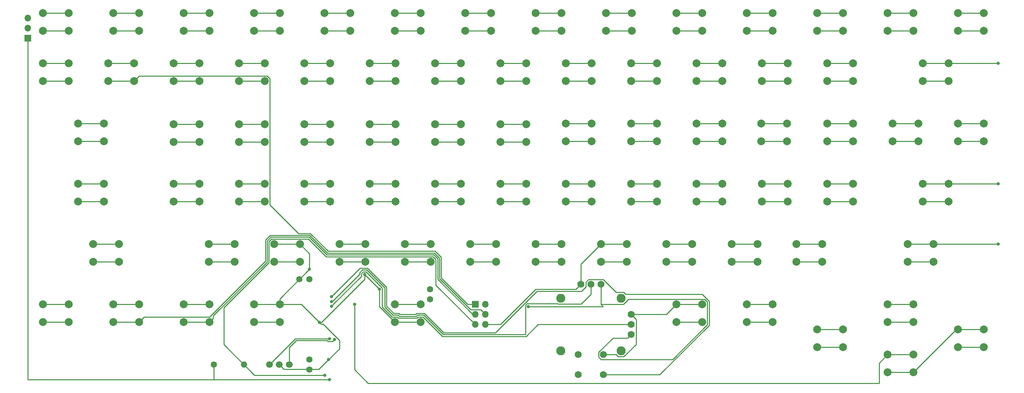
<source format=gbr>
G04 #@! TF.GenerationSoftware,KiCad,Pcbnew,(5.0.2)-1*
G04 #@! TF.CreationDate,2019-01-21T23:15:36+01:00*
G04 #@! TF.ProjectId,schematic,73636865-6d61-4746-9963-2e6b69636164,rev?*
G04 #@! TF.SameCoordinates,Original*
G04 #@! TF.FileFunction,Copper,L2,Bot*
G04 #@! TF.FilePolarity,Positive*
%FSLAX46Y46*%
G04 Gerber Fmt 4.6, Leading zero omitted, Abs format (unit mm)*
G04 Created by KiCad (PCBNEW (5.0.2)-1) date 21.01.2019 23:15:36*
%MOMM*%
%LPD*%
G01*
G04 APERTURE LIST*
G04 #@! TA.AperFunction,ComponentPad*
%ADD10O,1.600000X1.600000*%
G04 #@! TD*
G04 #@! TA.AperFunction,ComponentPad*
%ADD11C,1.600000*%
G04 #@! TD*
G04 #@! TA.AperFunction,ComponentPad*
%ADD12C,2.286000*%
G04 #@! TD*
G04 #@! TA.AperFunction,ComponentPad*
%ADD13C,1.778000*%
G04 #@! TD*
G04 #@! TA.AperFunction,ComponentPad*
%ADD14C,2.000000*%
G04 #@! TD*
G04 #@! TA.AperFunction,ComponentPad*
%ADD15R,1.700000X1.700000*%
G04 #@! TD*
G04 #@! TA.AperFunction,ComponentPad*
%ADD16O,1.700000X1.700000*%
G04 #@! TD*
G04 #@! TA.AperFunction,ComponentPad*
%ADD17C,1.700000*%
G04 #@! TD*
G04 #@! TA.AperFunction,ViaPad*
%ADD18C,0.800000*%
G04 #@! TD*
G04 #@! TA.AperFunction,Conductor*
%ADD19C,0.250000*%
G04 #@! TD*
G04 APERTURE END LIST*
D10*
G04 #@! TO.P,R1,2*
G04 #@! TO.N,/RESET*
X82550000Y-128270000D03*
D11*
G04 #@! TO.P,R1,1*
G04 #@! TO.N,/+3.3V*
X74930000Y-128270000D03*
G04 #@! TD*
G04 #@! TO.P,C1,2*
G04 #@! TO.N,/GND*
X99060000Y-129500000D03*
G04 #@! TO.P,C1,1*
G04 #@! TO.N,/+3.3V*
X99060000Y-127000000D03*
G04 #@! TD*
G04 #@! TO.P,C3,2*
G04 #@! TO.N,/GND*
X96560000Y-106680000D03*
G04 #@! TO.P,C3,1*
G04 #@! TO.N,/+3.3V*
X99060000Y-106680000D03*
G04 #@! TD*
G04 #@! TO.P,C2,2*
G04 #@! TO.N,/GND*
X129540000Y-111720000D03*
G04 #@! TO.P,C2,1*
G04 #@! TO.N,/+3.3V*
X129540000Y-109220000D03*
G04 #@! TD*
D12*
G04 #@! TO.P,S1,MOUNT1*
G04 #@! TO.N,N/C*
X177800000Y-124777500D03*
G04 #@! TO.P,S1,MOUNT4*
X162560000Y-124777500D03*
G04 #@! TO.P,S1,MOUNT3*
X162560000Y-111442500D03*
G04 #@! TO.P,S1,MOUNT2*
X177800000Y-111442500D03*
D13*
G04 #@! TO.P,S1,H3*
G04 #@! TO.N,/GND*
X167640000Y-107950000D03*
G04 #@! TO.P,S1,H2*
G04 #@! TO.N,Net-(S1-PadH2)*
X170180000Y-107950000D03*
G04 #@! TO.P,S1,H1*
G04 #@! TO.N,/+3.3V*
X172720000Y-107950000D03*
G04 #@! TO.P,S1,V2*
G04 #@! TO.N,Net-(S1-PadV2)*
X180340000Y-118110000D03*
G04 #@! TO.P,S1,V3*
G04 #@! TO.N,/GND*
X180340000Y-115570000D03*
G04 #@! TO.P,S1,V1*
G04 #@! TO.N,/+3.3V*
X180340000Y-120650000D03*
G04 #@! TO.P,S1,B2B*
G04 #@! TO.N,N/C*
X167005000Y-125730000D03*
G04 #@! TO.P,S1,B2A*
G04 #@! TO.N,/GND*
X173355000Y-125730000D03*
G04 #@! TO.P,S1,B1A*
G04 #@! TO.N,Net-(S1-PadB1A)*
X173355000Y-130810000D03*
G04 #@! TO.P,S1,B1B*
G04 #@! TO.N,N/C*
X167005000Y-130810000D03*
G04 #@! TD*
D14*
G04 #@! TO.P,SW31,1*
G04 #@! TO.N,/GND*
X104290000Y-67463076D03*
G04 #@! TO.P,SW31,2*
G04 #@! TO.N,Net-(SW31-Pad2)*
X104290000Y-71963076D03*
G04 #@! TO.P,SW31,1*
G04 #@! TO.N,/GND*
X97790000Y-67463076D03*
G04 #@! TO.P,SW31,2*
G04 #@! TO.N,Net-(SW31-Pad2)*
X97790000Y-71963076D03*
G04 #@! TD*
G04 #@! TO.P,SW22,2*
G04 #@! TO.N,Net-(SW22-Pad2)*
X163830000Y-56570000D03*
G04 #@! TO.P,SW22,1*
G04 #@! TO.N,/GND*
X163830000Y-52070000D03*
G04 #@! TO.P,SW22,2*
G04 #@! TO.N,Net-(SW22-Pad2)*
X170330000Y-56570000D03*
G04 #@! TO.P,SW22,1*
G04 #@! TO.N,/GND*
X170330000Y-52070000D03*
G04 #@! TD*
G04 #@! TO.P,SW23,1*
G04 #@! TO.N,/GND*
X186840000Y-52070000D03*
G04 #@! TO.P,SW23,2*
G04 #@! TO.N,Net-(SW23-Pad2)*
X186840000Y-56570000D03*
G04 #@! TO.P,SW23,1*
G04 #@! TO.N,/GND*
X180340000Y-52070000D03*
G04 #@! TO.P,SW23,2*
G04 #@! TO.N,Net-(SW23-Pad2)*
X180340000Y-56570000D03*
G04 #@! TD*
G04 #@! TO.P,SW24,2*
G04 #@! TO.N,Net-(SW24-Pad2)*
X196850000Y-56570000D03*
G04 #@! TO.P,SW24,1*
G04 #@! TO.N,/GND*
X196850000Y-52070000D03*
G04 #@! TO.P,SW24,2*
G04 #@! TO.N,Net-(SW24-Pad2)*
X203350000Y-56570000D03*
G04 #@! TO.P,SW24,1*
G04 #@! TO.N,/GND*
X203350000Y-52070000D03*
G04 #@! TD*
G04 #@! TO.P,SW25,1*
G04 #@! TO.N,/GND*
X219860000Y-52070000D03*
G04 #@! TO.P,SW25,2*
G04 #@! TO.N,Net-(SW25-Pad2)*
X219860000Y-56570000D03*
G04 #@! TO.P,SW25,1*
G04 #@! TO.N,/GND*
X213360000Y-52070000D03*
G04 #@! TO.P,SW25,2*
G04 #@! TO.N,Net-(SW25-Pad2)*
X213360000Y-56570000D03*
G04 #@! TD*
G04 #@! TO.P,SW26,2*
G04 #@! TO.N,Net-(SW26-Pad2)*
X229870000Y-56570000D03*
G04 #@! TO.P,SW26,1*
G04 #@! TO.N,/GND*
X229870000Y-52070000D03*
G04 #@! TO.P,SW26,2*
G04 #@! TO.N,Net-(SW26-Pad2)*
X236370000Y-56570000D03*
G04 #@! TO.P,SW26,1*
G04 #@! TO.N,/GND*
X236370000Y-52070000D03*
G04 #@! TD*
G04 #@! TO.P,SW27,1*
G04 #@! TO.N,/GND*
X260500000Y-52070000D03*
G04 #@! TO.P,SW27,2*
G04 #@! TO.N,Net-(SW27-Pad2)*
X260500000Y-56570000D03*
G04 #@! TO.P,SW27,1*
G04 #@! TO.N,/GND*
X254000000Y-52070000D03*
G04 #@! TO.P,SW27,2*
G04 #@! TO.N,Net-(SW27-Pad2)*
X254000000Y-56570000D03*
G04 #@! TD*
G04 #@! TO.P,SW28,2*
G04 #@! TO.N,Net-(SW28-Pad2)*
X40640000Y-71810000D03*
G04 #@! TO.P,SW28,1*
G04 #@! TO.N,/GND*
X40640000Y-67310000D03*
G04 #@! TO.P,SW28,2*
G04 #@! TO.N,Net-(SW28-Pad2)*
X47140000Y-71810000D03*
G04 #@! TO.P,SW28,1*
G04 #@! TO.N,/GND*
X47140000Y-67310000D03*
G04 #@! TD*
G04 #@! TO.P,SW39,1*
G04 #@! TO.N,/GND*
X236370000Y-67310000D03*
G04 #@! TO.P,SW39,2*
G04 #@! TO.N,Net-(SW39-Pad2)*
X236370000Y-71810000D03*
G04 #@! TO.P,SW39,1*
G04 #@! TO.N,/GND*
X229870000Y-67310000D03*
G04 #@! TO.P,SW39,2*
G04 #@! TO.N,Net-(SW39-Pad2)*
X229870000Y-71810000D03*
G04 #@! TD*
G04 #@! TO.P,SW0,2*
G04 #@! TO.N,Net-(SW0-Pad2)*
X31750000Y-43870000D03*
G04 #@! TO.P,SW0,1*
G04 #@! TO.N,/GND*
X31750000Y-39370000D03*
G04 #@! TO.P,SW0,2*
G04 #@! TO.N,Net-(SW0-Pad2)*
X38250000Y-43870000D03*
G04 #@! TO.P,SW0,1*
G04 #@! TO.N,/GND*
X38250000Y-39370000D03*
G04 #@! TD*
G04 #@! TO.P,SW30,1*
G04 #@! TO.N,/GND*
X87780000Y-67463076D03*
G04 #@! TO.P,SW30,2*
G04 #@! TO.N,Net-(SW30-Pad2)*
X87780000Y-71963076D03*
G04 #@! TO.P,SW30,1*
G04 #@! TO.N,/GND*
X81280000Y-67463076D03*
G04 #@! TO.P,SW30,2*
G04 #@! TO.N,Net-(SW30-Pad2)*
X81280000Y-71963076D03*
G04 #@! TD*
G04 #@! TO.P,SW32,2*
G04 #@! TO.N,Net-(SW32-Pad2)*
X114300000Y-71963076D03*
G04 #@! TO.P,SW32,1*
G04 #@! TO.N,/GND*
X114300000Y-67463076D03*
G04 #@! TO.P,SW32,2*
G04 #@! TO.N,Net-(SW32-Pad2)*
X120800000Y-71963076D03*
G04 #@! TO.P,SW32,1*
G04 #@! TO.N,/GND*
X120800000Y-67463076D03*
G04 #@! TD*
G04 #@! TO.P,SW33,1*
G04 #@! TO.N,/GND*
X137310000Y-67463076D03*
G04 #@! TO.P,SW33,2*
G04 #@! TO.N,Net-(SW33-Pad2)*
X137310000Y-71963076D03*
G04 #@! TO.P,SW33,1*
G04 #@! TO.N,/GND*
X130810000Y-67463076D03*
G04 #@! TO.P,SW33,2*
G04 #@! TO.N,Net-(SW33-Pad2)*
X130810000Y-71963076D03*
G04 #@! TD*
G04 #@! TO.P,SW34,2*
G04 #@! TO.N,Net-(SW34-Pad2)*
X147320000Y-71963076D03*
G04 #@! TO.P,SW34,1*
G04 #@! TO.N,/GND*
X147320000Y-67463076D03*
G04 #@! TO.P,SW34,2*
G04 #@! TO.N,Net-(SW34-Pad2)*
X153820000Y-71963076D03*
G04 #@! TO.P,SW34,1*
G04 #@! TO.N,/GND*
X153820000Y-67463076D03*
G04 #@! TD*
G04 #@! TO.P,SW35,1*
G04 #@! TO.N,/GND*
X170330000Y-67310000D03*
G04 #@! TO.P,SW35,2*
G04 #@! TO.N,Net-(SW35-Pad2)*
X170330000Y-71810000D03*
G04 #@! TO.P,SW35,1*
G04 #@! TO.N,/GND*
X163830000Y-67310000D03*
G04 #@! TO.P,SW35,2*
G04 #@! TO.N,Net-(SW35-Pad2)*
X163830000Y-71810000D03*
G04 #@! TD*
G04 #@! TO.P,SW36,2*
G04 #@! TO.N,Net-(SW36-Pad2)*
X180340000Y-71810000D03*
G04 #@! TO.P,SW36,1*
G04 #@! TO.N,/GND*
X180340000Y-67310000D03*
G04 #@! TO.P,SW36,2*
G04 #@! TO.N,Net-(SW36-Pad2)*
X186840000Y-71810000D03*
G04 #@! TO.P,SW36,1*
G04 #@! TO.N,/GND*
X186840000Y-67310000D03*
G04 #@! TD*
G04 #@! TO.P,SW37,1*
G04 #@! TO.N,/GND*
X203350000Y-67310000D03*
G04 #@! TO.P,SW37,2*
G04 #@! TO.N,Net-(SW37-Pad2)*
X203350000Y-71810000D03*
G04 #@! TO.P,SW37,1*
G04 #@! TO.N,/GND*
X196850000Y-67310000D03*
G04 #@! TO.P,SW37,2*
G04 #@! TO.N,Net-(SW37-Pad2)*
X196850000Y-71810000D03*
G04 #@! TD*
G04 #@! TO.P,SW38,2*
G04 #@! TO.N,Net-(SW38-Pad2)*
X213210000Y-71810000D03*
G04 #@! TO.P,SW38,1*
G04 #@! TO.N,/GND*
X213210000Y-67310000D03*
G04 #@! TO.P,SW38,2*
G04 #@! TO.N,Net-(SW38-Pad2)*
X219710000Y-71810000D03*
G04 #@! TO.P,SW38,1*
G04 #@! TO.N,/GND*
X219710000Y-67310000D03*
G04 #@! TD*
G04 #@! TO.P,SW29,1*
G04 #@! TO.N,/GND*
X71270000Y-67463076D03*
G04 #@! TO.P,SW29,2*
G04 #@! TO.N,Net-(SW29-Pad2)*
X71270000Y-71963076D03*
G04 #@! TO.P,SW29,1*
G04 #@! TO.N,/GND*
X64770000Y-67463076D03*
G04 #@! TO.P,SW29,2*
G04 #@! TO.N,Net-(SW29-Pad2)*
X64770000Y-71963076D03*
G04 #@! TD*
G04 #@! TO.P,SW9,2*
G04 #@! TO.N,Net-(SW9-Pad2)*
X191770000Y-43870000D03*
G04 #@! TO.P,SW9,1*
G04 #@! TO.N,/GND*
X191770000Y-39370000D03*
G04 #@! TO.P,SW9,2*
G04 #@! TO.N,Net-(SW9-Pad2)*
X198270000Y-43870000D03*
G04 #@! TO.P,SW9,1*
G04 #@! TO.N,/GND*
X198270000Y-39370000D03*
G04 #@! TD*
G04 #@! TO.P,SW8,1*
G04 #@! TO.N,/GND*
X180490000Y-39370000D03*
G04 #@! TO.P,SW8,2*
G04 #@! TO.N,Net-(SW8-Pad2)*
X180490000Y-43870000D03*
G04 #@! TO.P,SW8,1*
G04 #@! TO.N,/GND*
X173990000Y-39370000D03*
G04 #@! TO.P,SW8,2*
G04 #@! TO.N,Net-(SW8-Pad2)*
X173990000Y-43870000D03*
G04 #@! TD*
G04 #@! TO.P,SW7,2*
G04 #@! TO.N,Net-(SW7-Pad2)*
X156210000Y-43870000D03*
G04 #@! TO.P,SW7,1*
G04 #@! TO.N,/GND*
X156210000Y-39370000D03*
G04 #@! TO.P,SW7,2*
G04 #@! TO.N,Net-(SW7-Pad2)*
X162710000Y-43870000D03*
G04 #@! TO.P,SW7,1*
G04 #@! TO.N,/GND*
X162710000Y-39370000D03*
G04 #@! TD*
G04 #@! TO.P,SW6,1*
G04 #@! TO.N,/GND*
X144930000Y-39370000D03*
G04 #@! TO.P,SW6,2*
G04 #@! TO.N,Net-(SW6-Pad2)*
X144930000Y-43870000D03*
G04 #@! TO.P,SW6,1*
G04 #@! TO.N,/GND*
X138430000Y-39370000D03*
G04 #@! TO.P,SW6,2*
G04 #@! TO.N,Net-(SW6-Pad2)*
X138430000Y-43870000D03*
G04 #@! TD*
G04 #@! TO.P,SW5,2*
G04 #@! TO.N,Net-(SW5-Pad2)*
X120650000Y-43870000D03*
G04 #@! TO.P,SW5,1*
G04 #@! TO.N,/GND*
X120650000Y-39370000D03*
G04 #@! TO.P,SW5,2*
G04 #@! TO.N,Net-(SW5-Pad2)*
X127150000Y-43870000D03*
G04 #@! TO.P,SW5,1*
G04 #@! TO.N,/GND*
X127150000Y-39370000D03*
G04 #@! TD*
G04 #@! TO.P,SW4,1*
G04 #@! TO.N,/GND*
X109370000Y-39370000D03*
G04 #@! TO.P,SW4,2*
G04 #@! TO.N,Net-(SW4-Pad2)*
X109370000Y-43870000D03*
G04 #@! TO.P,SW4,1*
G04 #@! TO.N,/GND*
X102870000Y-39370000D03*
G04 #@! TO.P,SW4,2*
G04 #@! TO.N,Net-(SW4-Pad2)*
X102870000Y-43870000D03*
G04 #@! TD*
G04 #@! TO.P,SW3,2*
G04 #@! TO.N,Net-(SW3-Pad2)*
X85090000Y-43870000D03*
G04 #@! TO.P,SW3,1*
G04 #@! TO.N,/GND*
X85090000Y-39370000D03*
G04 #@! TO.P,SW3,2*
G04 #@! TO.N,Net-(SW3-Pad2)*
X91590000Y-43870000D03*
G04 #@! TO.P,SW3,1*
G04 #@! TO.N,/GND*
X91590000Y-39370000D03*
G04 #@! TD*
G04 #@! TO.P,SW2,1*
G04 #@! TO.N,/GND*
X73810000Y-39370000D03*
G04 #@! TO.P,SW2,2*
G04 #@! TO.N,Net-(SW2-Pad2)*
X73810000Y-43870000D03*
G04 #@! TO.P,SW2,1*
G04 #@! TO.N,/GND*
X67310000Y-39370000D03*
G04 #@! TO.P,SW2,2*
G04 #@! TO.N,Net-(SW2-Pad2)*
X67310000Y-43870000D03*
G04 #@! TD*
G04 #@! TO.P,SW19,2*
G04 #@! TO.N,Net-(SW19-Pad2)*
X114300000Y-56570000D03*
G04 #@! TO.P,SW19,1*
G04 #@! TO.N,/GND*
X114300000Y-52070000D03*
G04 #@! TO.P,SW19,2*
G04 #@! TO.N,Net-(SW19-Pad2)*
X120800000Y-56570000D03*
G04 #@! TO.P,SW19,1*
G04 #@! TO.N,/GND*
X120800000Y-52070000D03*
G04 #@! TD*
G04 #@! TO.P,SW21,1*
G04 #@! TO.N,/GND*
X153820000Y-52070000D03*
G04 #@! TO.P,SW21,2*
G04 #@! TO.N,Net-(SW21-Pad2)*
X153820000Y-56570000D03*
G04 #@! TO.P,SW21,1*
G04 #@! TO.N,/GND*
X147320000Y-52070000D03*
G04 #@! TO.P,SW21,2*
G04 #@! TO.N,Net-(SW21-Pad2)*
X147320000Y-56570000D03*
G04 #@! TD*
G04 #@! TO.P,SW20,2*
G04 #@! TO.N,Net-(SW20-Pad2)*
X130810000Y-56570000D03*
G04 #@! TO.P,SW20,1*
G04 #@! TO.N,/GND*
X130810000Y-52070000D03*
G04 #@! TO.P,SW20,2*
G04 #@! TO.N,Net-(SW20-Pad2)*
X137310000Y-56570000D03*
G04 #@! TO.P,SW20,1*
G04 #@! TO.N,/GND*
X137310000Y-52070000D03*
G04 #@! TD*
G04 #@! TO.P,SW11,1*
G04 #@! TO.N,/GND*
X233830000Y-39370000D03*
G04 #@! TO.P,SW11,2*
G04 #@! TO.N,Net-(SW11-Pad2)*
X233830000Y-43870000D03*
G04 #@! TO.P,SW11,1*
G04 #@! TO.N,/GND*
X227330000Y-39370000D03*
G04 #@! TO.P,SW11,2*
G04 #@! TO.N,Net-(SW11-Pad2)*
X227330000Y-43870000D03*
G04 #@! TD*
G04 #@! TO.P,SW12,2*
G04 #@! TO.N,Net-(SW12-Pad2)*
X245110000Y-43870000D03*
G04 #@! TO.P,SW12,1*
G04 #@! TO.N,/GND*
X245110000Y-39370000D03*
G04 #@! TO.P,SW12,2*
G04 #@! TO.N,Net-(SW12-Pad2)*
X251610000Y-43870000D03*
G04 #@! TO.P,SW12,1*
G04 #@! TO.N,/GND*
X251610000Y-39370000D03*
G04 #@! TD*
G04 #@! TO.P,SW13,1*
G04 #@! TO.N,/GND*
X269390000Y-39370000D03*
G04 #@! TO.P,SW13,2*
G04 #@! TO.N,Net-(SW13-Pad2)*
X269390000Y-43870000D03*
G04 #@! TO.P,SW13,1*
G04 #@! TO.N,/GND*
X262890000Y-39370000D03*
G04 #@! TO.P,SW13,2*
G04 #@! TO.N,Net-(SW13-Pad2)*
X262890000Y-43870000D03*
G04 #@! TD*
G04 #@! TO.P,SW14,2*
G04 #@! TO.N,Net-(SW14-Pad2)*
X31750000Y-56570000D03*
G04 #@! TO.P,SW14,1*
G04 #@! TO.N,/GND*
X31750000Y-52070000D03*
G04 #@! TO.P,SW14,2*
G04 #@! TO.N,Net-(SW14-Pad2)*
X38250000Y-56570000D03*
G04 #@! TO.P,SW14,1*
G04 #@! TO.N,/GND*
X38250000Y-52070000D03*
G04 #@! TD*
G04 #@! TO.P,SW15,1*
G04 #@! TO.N,/GND*
X54760000Y-52070000D03*
G04 #@! TO.P,SW15,2*
G04 #@! TO.N,/PB3*
X54760000Y-56570000D03*
G04 #@! TO.P,SW15,1*
G04 #@! TO.N,/GND*
X48260000Y-52070000D03*
G04 #@! TO.P,SW15,2*
G04 #@! TO.N,/PB3*
X48260000Y-56570000D03*
G04 #@! TD*
G04 #@! TO.P,SW16,2*
G04 #@! TO.N,Net-(SW16-Pad2)*
X64770000Y-56570000D03*
G04 #@! TO.P,SW16,1*
G04 #@! TO.N,/GND*
X64770000Y-52070000D03*
G04 #@! TO.P,SW16,2*
G04 #@! TO.N,Net-(SW16-Pad2)*
X71270000Y-56570000D03*
G04 #@! TO.P,SW16,1*
G04 #@! TO.N,/GND*
X71270000Y-52070000D03*
G04 #@! TD*
G04 #@! TO.P,SW17,1*
G04 #@! TO.N,/GND*
X87780000Y-52070000D03*
G04 #@! TO.P,SW17,2*
G04 #@! TO.N,Net-(SW17-Pad2)*
X87780000Y-56570000D03*
G04 #@! TO.P,SW17,1*
G04 #@! TO.N,/GND*
X81280000Y-52070000D03*
G04 #@! TO.P,SW17,2*
G04 #@! TO.N,Net-(SW17-Pad2)*
X81280000Y-56570000D03*
G04 #@! TD*
G04 #@! TO.P,SW18,2*
G04 #@! TO.N,Net-(SW18-Pad2)*
X97790000Y-56570000D03*
G04 #@! TO.P,SW18,1*
G04 #@! TO.N,/GND*
X97790000Y-52070000D03*
G04 #@! TO.P,SW18,2*
G04 #@! TO.N,Net-(SW18-Pad2)*
X104290000Y-56570000D03*
G04 #@! TO.P,SW18,1*
G04 #@! TO.N,/GND*
X104290000Y-52070000D03*
G04 #@! TD*
G04 #@! TO.P,SW1,1*
G04 #@! TO.N,/GND*
X56030000Y-39370000D03*
G04 #@! TO.P,SW1,2*
G04 #@! TO.N,Net-(SW1-Pad2)*
X56030000Y-43870000D03*
G04 #@! TO.P,SW1,1*
G04 #@! TO.N,/GND*
X49530000Y-39370000D03*
G04 #@! TO.P,SW1,2*
G04 #@! TO.N,Net-(SW1-Pad2)*
X49530000Y-43870000D03*
G04 #@! TD*
G04 #@! TO.P,SW69,2*
G04 #@! TO.N,/PB1*
X67310000Y-117530000D03*
G04 #@! TO.P,SW69,1*
G04 #@! TO.N,/GND*
X67310000Y-113030000D03*
G04 #@! TO.P,SW69,2*
G04 #@! TO.N,/PB1*
X73810000Y-117530000D03*
G04 #@! TO.P,SW69,1*
G04 #@! TO.N,/GND*
X73810000Y-113030000D03*
G04 #@! TD*
G04 #@! TO.P,SW60,1*
G04 #@! TO.N,/GND*
X146200000Y-97790000D03*
G04 #@! TO.P,SW60,2*
G04 #@! TO.N,Net-(SW60-Pad2)*
X146200000Y-102290000D03*
G04 #@! TO.P,SW60,1*
G04 #@! TO.N,/GND*
X139700000Y-97790000D03*
G04 #@! TO.P,SW60,2*
G04 #@! TO.N,Net-(SW60-Pad2)*
X139700000Y-102290000D03*
G04 #@! TD*
G04 #@! TO.P,SW61,2*
G04 #@! TO.N,Net-(SW61-Pad2)*
X156210000Y-102290000D03*
G04 #@! TO.P,SW61,1*
G04 #@! TO.N,/GND*
X156210000Y-97790000D03*
G04 #@! TO.P,SW61,2*
G04 #@! TO.N,Net-(SW61-Pad2)*
X162710000Y-102290000D03*
G04 #@! TO.P,SW61,1*
G04 #@! TO.N,/GND*
X162710000Y-97790000D03*
G04 #@! TD*
G04 #@! TO.P,SW62,1*
G04 #@! TO.N,/GND*
X179220000Y-97790000D03*
G04 #@! TO.P,SW62,2*
G04 #@! TO.N,Net-(SW62-Pad2)*
X179220000Y-102290000D03*
G04 #@! TO.P,SW62,1*
G04 #@! TO.N,/GND*
X172720000Y-97790000D03*
G04 #@! TO.P,SW62,2*
G04 #@! TO.N,Net-(SW62-Pad2)*
X172720000Y-102290000D03*
G04 #@! TD*
G04 #@! TO.P,SW63,2*
G04 #@! TO.N,Net-(SW63-Pad2)*
X189230000Y-102290000D03*
G04 #@! TO.P,SW63,1*
G04 #@! TO.N,/GND*
X189230000Y-97790000D03*
G04 #@! TO.P,SW63,2*
G04 #@! TO.N,Net-(SW63-Pad2)*
X195730000Y-102290000D03*
G04 #@! TO.P,SW63,1*
G04 #@! TO.N,/GND*
X195730000Y-97790000D03*
G04 #@! TD*
G04 #@! TO.P,SW64,1*
G04 #@! TO.N,/GND*
X212240000Y-97790000D03*
G04 #@! TO.P,SW64,2*
G04 #@! TO.N,Net-(SW64-Pad2)*
X212240000Y-102290000D03*
G04 #@! TO.P,SW64,1*
G04 #@! TO.N,/GND*
X205740000Y-97790000D03*
G04 #@! TO.P,SW64,2*
G04 #@! TO.N,Net-(SW64-Pad2)*
X205740000Y-102290000D03*
G04 #@! TD*
G04 #@! TO.P,SW65,2*
G04 #@! TO.N,Net-(SW65-Pad2)*
X222100000Y-102290000D03*
G04 #@! TO.P,SW65,1*
G04 #@! TO.N,/GND*
X222100000Y-97790000D03*
G04 #@! TO.P,SW65,2*
G04 #@! TO.N,Net-(SW65-Pad2)*
X228600000Y-102290000D03*
G04 #@! TO.P,SW65,1*
G04 #@! TO.N,/GND*
X228600000Y-97790000D03*
G04 #@! TD*
G04 #@! TO.P,SW66,1*
G04 #@! TO.N,/GND*
X256690000Y-97790000D03*
G04 #@! TO.P,SW66,2*
G04 #@! TO.N,Net-(SW66-Pad2)*
X256690000Y-102290000D03*
G04 #@! TO.P,SW66,1*
G04 #@! TO.N,/GND*
X250190000Y-97790000D03*
G04 #@! TO.P,SW66,2*
G04 #@! TO.N,Net-(SW66-Pad2)*
X250190000Y-102290000D03*
G04 #@! TD*
G04 #@! TO.P,SW58,2*
G04 #@! TO.N,Net-(SW58-Pad2)*
X106680000Y-102290000D03*
G04 #@! TO.P,SW58,1*
G04 #@! TO.N,/GND*
X106680000Y-97790000D03*
G04 #@! TO.P,SW58,2*
G04 #@! TO.N,Net-(SW58-Pad2)*
X113180000Y-102290000D03*
G04 #@! TO.P,SW58,1*
G04 #@! TO.N,/GND*
X113180000Y-97790000D03*
G04 #@! TD*
G04 #@! TO.P,SW59,1*
G04 #@! TO.N,/GND*
X129690000Y-97790000D03*
G04 #@! TO.P,SW59,2*
G04 #@! TO.N,Net-(SW59-Pad2)*
X129690000Y-102290000D03*
G04 #@! TO.P,SW59,1*
G04 #@! TO.N,/GND*
X123190000Y-97790000D03*
G04 #@! TO.P,SW59,2*
G04 #@! TO.N,Net-(SW59-Pad2)*
X123190000Y-102290000D03*
G04 #@! TD*
G04 #@! TO.P,SW10,2*
G04 #@! TO.N,Net-(SW10-Pad2)*
X209550000Y-43870000D03*
G04 #@! TO.P,SW10,1*
G04 #@! TO.N,/GND*
X209550000Y-39370000D03*
G04 #@! TO.P,SW10,2*
G04 #@! TO.N,Net-(SW10-Pad2)*
X216050000Y-43870000D03*
G04 #@! TO.P,SW10,1*
G04 #@! TO.N,/GND*
X216050000Y-39370000D03*
G04 #@! TD*
G04 #@! TO.P,SW70,1*
G04 #@! TO.N,/GND*
X91590000Y-113030000D03*
G04 #@! TO.P,SW70,2*
G04 #@! TO.N,Net-(SW70-Pad2)*
X91590000Y-117530000D03*
G04 #@! TO.P,SW70,1*
G04 #@! TO.N,/GND*
X85090000Y-113030000D03*
G04 #@! TO.P,SW70,2*
G04 #@! TO.N,Net-(SW70-Pad2)*
X85090000Y-117530000D03*
G04 #@! TD*
G04 #@! TO.P,SW71,2*
G04 #@! TO.N,/GND*
X120650000Y-117530000D03*
G04 #@! TO.P,SW71,1*
G04 #@! TO.N,Net-(SW71-Pad1)*
X120650000Y-113030000D03*
G04 #@! TO.P,SW71,2*
G04 #@! TO.N,/GND*
X127150000Y-117530000D03*
G04 #@! TO.P,SW71,1*
G04 #@! TO.N,Net-(SW71-Pad1)*
X127150000Y-113030000D03*
G04 #@! TD*
G04 #@! TO.P,SW72,1*
G04 #@! TO.N,/GND*
X198270000Y-113030000D03*
G04 #@! TO.P,SW72,2*
G04 #@! TO.N,Net-(SW72-Pad2)*
X198270000Y-117530000D03*
G04 #@! TO.P,SW72,1*
G04 #@! TO.N,/GND*
X191770000Y-113030000D03*
G04 #@! TO.P,SW72,2*
G04 #@! TO.N,Net-(SW72-Pad2)*
X191770000Y-117530000D03*
G04 #@! TD*
G04 #@! TO.P,SW73,2*
G04 #@! TO.N,Net-(SW73-Pad2)*
X209550000Y-117530000D03*
G04 #@! TO.P,SW73,1*
G04 #@! TO.N,/GND*
X209550000Y-113030000D03*
G04 #@! TO.P,SW73,2*
G04 #@! TO.N,Net-(SW73-Pad2)*
X216050000Y-117530000D03*
G04 #@! TO.P,SW73,1*
G04 #@! TO.N,/GND*
X216050000Y-113030000D03*
G04 #@! TD*
G04 #@! TO.P,SW74,1*
G04 #@! TO.N,/GND*
X233830000Y-119380000D03*
G04 #@! TO.P,SW74,2*
G04 #@! TO.N,Net-(SW74-Pad2)*
X233830000Y-123880000D03*
G04 #@! TO.P,SW74,1*
G04 #@! TO.N,/GND*
X227330000Y-119380000D03*
G04 #@! TO.P,SW74,2*
G04 #@! TO.N,Net-(SW74-Pad2)*
X227330000Y-123880000D03*
G04 #@! TD*
G04 #@! TO.P,SW75,2*
G04 #@! TO.N,Net-(SW75-Pad2)*
X245110000Y-117530000D03*
G04 #@! TO.P,SW75,1*
G04 #@! TO.N,/GND*
X245110000Y-113030000D03*
G04 #@! TO.P,SW75,2*
G04 #@! TO.N,Net-(SW75-Pad2)*
X251610000Y-117530000D03*
G04 #@! TO.P,SW75,1*
G04 #@! TO.N,/GND*
X251610000Y-113030000D03*
G04 #@! TD*
G04 #@! TO.P,SW76,1*
G04 #@! TO.N,Net-(SW76-Pad1)*
X251610000Y-125730000D03*
G04 #@! TO.P,SW76,2*
G04 #@! TO.N,/GND*
X251610000Y-130230000D03*
G04 #@! TO.P,SW76,1*
G04 #@! TO.N,Net-(SW76-Pad1)*
X245110000Y-125730000D03*
G04 #@! TO.P,SW76,2*
G04 #@! TO.N,/GND*
X245110000Y-130230000D03*
G04 #@! TD*
G04 #@! TO.P,SW67,2*
G04 #@! TO.N,Net-(SW67-Pad2)*
X31750000Y-117530000D03*
G04 #@! TO.P,SW67,1*
G04 #@! TO.N,/GND*
X31750000Y-113030000D03*
G04 #@! TO.P,SW67,2*
G04 #@! TO.N,Net-(SW67-Pad2)*
X38250000Y-117530000D03*
G04 #@! TO.P,SW67,1*
G04 #@! TO.N,/GND*
X38250000Y-113030000D03*
G04 #@! TD*
G04 #@! TO.P,SW77,1*
G04 #@! TO.N,/GND*
X269390000Y-119380000D03*
G04 #@! TO.P,SW77,2*
G04 #@! TO.N,Net-(SW77-Pad2)*
X269390000Y-123880000D03*
G04 #@! TO.P,SW77,1*
G04 #@! TO.N,/GND*
X262890000Y-119380000D03*
G04 #@! TO.P,SW77,2*
G04 #@! TO.N,Net-(SW77-Pad2)*
X262890000Y-123880000D03*
G04 #@! TD*
G04 #@! TO.P,SW40,2*
G04 #@! TO.N,Net-(SW40-Pad2)*
X246380000Y-71810000D03*
G04 #@! TO.P,SW40,1*
G04 #@! TO.N,/GND*
X246380000Y-67310000D03*
G04 #@! TO.P,SW40,2*
G04 #@! TO.N,Net-(SW40-Pad2)*
X252880000Y-71810000D03*
G04 #@! TO.P,SW40,1*
G04 #@! TO.N,/GND*
X252880000Y-67310000D03*
G04 #@! TD*
G04 #@! TO.P,SW42,1*
G04 #@! TO.N,/GND*
X47140000Y-82550000D03*
G04 #@! TO.P,SW42,2*
G04 #@! TO.N,Net-(SW42-Pad2)*
X47140000Y-87050000D03*
G04 #@! TO.P,SW42,1*
G04 #@! TO.N,/GND*
X40640000Y-82550000D03*
G04 #@! TO.P,SW42,2*
G04 #@! TO.N,Net-(SW42-Pad2)*
X40640000Y-87050000D03*
G04 #@! TD*
G04 #@! TO.P,SW43,2*
G04 #@! TO.N,Net-(SW43-Pad2)*
X64770000Y-87050000D03*
G04 #@! TO.P,SW43,1*
G04 #@! TO.N,/GND*
X64770000Y-82550000D03*
G04 #@! TO.P,SW43,2*
G04 #@! TO.N,Net-(SW43-Pad2)*
X71270000Y-87050000D03*
G04 #@! TO.P,SW43,1*
G04 #@! TO.N,/GND*
X71270000Y-82550000D03*
G04 #@! TD*
G04 #@! TO.P,SW44,1*
G04 #@! TO.N,/GND*
X87780000Y-82550000D03*
G04 #@! TO.P,SW44,2*
G04 #@! TO.N,Net-(SW44-Pad2)*
X87780000Y-87050000D03*
G04 #@! TO.P,SW44,1*
G04 #@! TO.N,/GND*
X81280000Y-82550000D03*
G04 #@! TO.P,SW44,2*
G04 #@! TO.N,Net-(SW44-Pad2)*
X81280000Y-87050000D03*
G04 #@! TD*
G04 #@! TO.P,SW45,2*
G04 #@! TO.N,Net-(SW45-Pad2)*
X97790000Y-87050000D03*
G04 #@! TO.P,SW45,1*
G04 #@! TO.N,/GND*
X97790000Y-82550000D03*
G04 #@! TO.P,SW45,2*
G04 #@! TO.N,Net-(SW45-Pad2)*
X104290000Y-87050000D03*
G04 #@! TO.P,SW45,1*
G04 #@! TO.N,/GND*
X104290000Y-82550000D03*
G04 #@! TD*
G04 #@! TO.P,SW46,1*
G04 #@! TO.N,/GND*
X120800000Y-82550000D03*
G04 #@! TO.P,SW46,2*
G04 #@! TO.N,Net-(SW46-Pad2)*
X120800000Y-87050000D03*
G04 #@! TO.P,SW46,1*
G04 #@! TO.N,/GND*
X114300000Y-82550000D03*
G04 #@! TO.P,SW46,2*
G04 #@! TO.N,Net-(SW46-Pad2)*
X114300000Y-87050000D03*
G04 #@! TD*
G04 #@! TO.P,SW47,2*
G04 #@! TO.N,Net-(SW47-Pad2)*
X130810000Y-87050000D03*
G04 #@! TO.P,SW47,1*
G04 #@! TO.N,/GND*
X130810000Y-82550000D03*
G04 #@! TO.P,SW47,2*
G04 #@! TO.N,Net-(SW47-Pad2)*
X137310000Y-87050000D03*
G04 #@! TO.P,SW47,1*
G04 #@! TO.N,/GND*
X137310000Y-82550000D03*
G04 #@! TD*
G04 #@! TO.P,SW48,1*
G04 #@! TO.N,/GND*
X153820000Y-82550000D03*
G04 #@! TO.P,SW48,2*
G04 #@! TO.N,Net-(SW48-Pad2)*
X153820000Y-87050000D03*
G04 #@! TO.P,SW48,1*
G04 #@! TO.N,/GND*
X147320000Y-82550000D03*
G04 #@! TO.P,SW48,2*
G04 #@! TO.N,Net-(SW48-Pad2)*
X147320000Y-87050000D03*
G04 #@! TD*
G04 #@! TO.P,SW49,2*
G04 #@! TO.N,Net-(SW49-Pad2)*
X163830000Y-87050000D03*
G04 #@! TO.P,SW49,1*
G04 #@! TO.N,/GND*
X163830000Y-82550000D03*
G04 #@! TO.P,SW49,2*
G04 #@! TO.N,Net-(SW49-Pad2)*
X170330000Y-87050000D03*
G04 #@! TO.P,SW49,1*
G04 #@! TO.N,/GND*
X170330000Y-82550000D03*
G04 #@! TD*
G04 #@! TO.P,SW41,1*
G04 #@! TO.N,/GND*
X269390000Y-67310000D03*
G04 #@! TO.P,SW41,2*
G04 #@! TO.N,Net-(SW41-Pad2)*
X269390000Y-71810000D03*
G04 #@! TO.P,SW41,1*
G04 #@! TO.N,/GND*
X262890000Y-67310000D03*
G04 #@! TO.P,SW41,2*
G04 #@! TO.N,Net-(SW41-Pad2)*
X262890000Y-71810000D03*
G04 #@! TD*
G04 #@! TO.P,SW50,2*
G04 #@! TO.N,Net-(SW50-Pad2)*
X180340000Y-87050000D03*
G04 #@! TO.P,SW50,1*
G04 #@! TO.N,/GND*
X180340000Y-82550000D03*
G04 #@! TO.P,SW50,2*
G04 #@! TO.N,Net-(SW50-Pad2)*
X186840000Y-87050000D03*
G04 #@! TO.P,SW50,1*
G04 #@! TO.N,/GND*
X186840000Y-82550000D03*
G04 #@! TD*
G04 #@! TO.P,SW57,1*
G04 #@! TO.N,/GND*
X96670000Y-97790000D03*
G04 #@! TO.P,SW57,2*
G04 #@! TO.N,Net-(SW57-Pad2)*
X96670000Y-102290000D03*
G04 #@! TO.P,SW57,1*
G04 #@! TO.N,/GND*
X90170000Y-97790000D03*
G04 #@! TO.P,SW57,2*
G04 #@! TO.N,Net-(SW57-Pad2)*
X90170000Y-102290000D03*
G04 #@! TD*
G04 #@! TO.P,SW56,2*
G04 #@! TO.N,Net-(SW56-Pad2)*
X73660000Y-102290000D03*
G04 #@! TO.P,SW56,1*
G04 #@! TO.N,/GND*
X73660000Y-97790000D03*
G04 #@! TO.P,SW56,2*
G04 #@! TO.N,Net-(SW56-Pad2)*
X80160000Y-102290000D03*
G04 #@! TO.P,SW56,1*
G04 #@! TO.N,/GND*
X80160000Y-97790000D03*
G04 #@! TD*
G04 #@! TO.P,SW55,1*
G04 #@! TO.N,/GND*
X50950000Y-97790000D03*
G04 #@! TO.P,SW55,2*
G04 #@! TO.N,Net-(SW55-Pad2)*
X50950000Y-102290000D03*
G04 #@! TO.P,SW55,1*
G04 #@! TO.N,/GND*
X44450000Y-97790000D03*
G04 #@! TO.P,SW55,2*
G04 #@! TO.N,Net-(SW55-Pad2)*
X44450000Y-102290000D03*
G04 #@! TD*
G04 #@! TO.P,SW54,2*
G04 #@! TO.N,Net-(SW54-Pad2)*
X254000000Y-87050000D03*
G04 #@! TO.P,SW54,1*
G04 #@! TO.N,/GND*
X254000000Y-82550000D03*
G04 #@! TO.P,SW54,2*
G04 #@! TO.N,Net-(SW54-Pad2)*
X260500000Y-87050000D03*
G04 #@! TO.P,SW54,1*
G04 #@! TO.N,/GND*
X260500000Y-82550000D03*
G04 #@! TD*
G04 #@! TO.P,SW53,1*
G04 #@! TO.N,/GND*
X236370000Y-82550000D03*
G04 #@! TO.P,SW53,2*
G04 #@! TO.N,Net-(SW53-Pad2)*
X236370000Y-87050000D03*
G04 #@! TO.P,SW53,1*
G04 #@! TO.N,/GND*
X229870000Y-82550000D03*
G04 #@! TO.P,SW53,2*
G04 #@! TO.N,Net-(SW53-Pad2)*
X229870000Y-87050000D03*
G04 #@! TD*
G04 #@! TO.P,SW52,2*
G04 #@! TO.N,Net-(SW52-Pad2)*
X213360000Y-87050000D03*
G04 #@! TO.P,SW52,1*
G04 #@! TO.N,/GND*
X213360000Y-82550000D03*
G04 #@! TO.P,SW52,2*
G04 #@! TO.N,Net-(SW52-Pad2)*
X219860000Y-87050000D03*
G04 #@! TO.P,SW52,1*
G04 #@! TO.N,/GND*
X219860000Y-82550000D03*
G04 #@! TD*
G04 #@! TO.P,SW51,1*
G04 #@! TO.N,/GND*
X203350000Y-82550000D03*
G04 #@! TO.P,SW51,2*
G04 #@! TO.N,Net-(SW51-Pad2)*
X203350000Y-87050000D03*
G04 #@! TO.P,SW51,1*
G04 #@! TO.N,/GND*
X196850000Y-82550000D03*
G04 #@! TO.P,SW51,2*
G04 #@! TO.N,Net-(SW51-Pad2)*
X196850000Y-87050000D03*
G04 #@! TD*
G04 #@! TO.P,SW68,2*
G04 #@! TO.N,/PB2*
X49530000Y-117530000D03*
G04 #@! TO.P,SW68,1*
G04 #@! TO.N,/GND*
X49530000Y-113030000D03*
G04 #@! TO.P,SW68,2*
G04 #@! TO.N,/PB2*
X56030000Y-117530000D03*
G04 #@! TO.P,SW68,1*
G04 #@! TO.N,/GND*
X56030000Y-113030000D03*
G04 #@! TD*
D15*
G04 #@! TO.P,J2,1*
G04 #@! TO.N,/+3.3V*
X27940000Y-45720000D03*
D16*
G04 #@! TO.P,J2,2*
G04 #@! TO.N,/GND*
X27940000Y-43180000D03*
G04 #@! TO.P,J2,3*
G04 #@! TO.N,/DATA*
X27940000Y-40640000D03*
G04 #@! TD*
D15*
G04 #@! TO.P,J1,1*
G04 #@! TO.N,/PB3*
X140970000Y-113030000D03*
D16*
G04 #@! TO.P,J1,2*
G04 #@! TO.N,Net-(J1-Pad2)*
X143510000Y-113030000D03*
G04 #@! TO.P,J1,3*
G04 #@! TO.N,/PB1*
X140970000Y-115570000D03*
G04 #@! TO.P,J1,4*
G04 #@! TO.N,/PB2*
X143510000Y-115570000D03*
G04 #@! TO.P,J1,5*
G04 #@! TO.N,/RESET*
X140970000Y-118110000D03*
G04 #@! TO.P,J1,6*
G04 #@! TO.N,/GND*
X143510000Y-118110000D03*
G04 #@! TD*
D17*
G04 #@! TO.P,Y1,1*
G04 #@! TO.N,Net-(U1-Pad34)*
X93980000Y-128270000D03*
G04 #@! TO.P,Y1,2*
G04 #@! TO.N,/GND*
X91480000Y-128270000D03*
G04 #@! TO.P,Y1,3*
G04 #@! TO.N,Net-(U1-Pad33)*
X88980000Y-128270000D03*
G04 #@! TD*
D18*
G04 #@! TO.N,/+3.3V*
X154395001Y-113574999D03*
X104140000Y-132080000D03*
G04 #@! TO.N,/RESET*
X103000000Y-130940000D03*
G04 #@! TO.N,/GND*
X103915000Y-127000000D03*
X101600000Y-117585000D03*
X99060000Y-104140000D03*
X113030000Y-105490000D03*
X273050000Y-52070000D03*
X273050000Y-82550000D03*
X273050000Y-97790000D03*
X116760000Y-109220000D03*
G04 #@! TO.N,Net-(SW76-Pad1)*
X110490000Y-113030000D03*
G04 #@! TO.N,Net-(U1-Pad33)*
X104180000Y-121700000D03*
G04 #@! TO.N,Net-(U1-Pad34)*
X105410000Y-121920000D03*
G04 #@! TO.N,Net-(S1-PadB1A)*
X104700000Y-111030000D03*
G04 #@! TO.N,Net-(S1-PadH2)*
X104690000Y-112310000D03*
G04 #@! TO.N,Net-(S1-PadV2)*
X104640000Y-113530000D03*
G04 #@! TD*
D19*
G04 #@! TO.N,/+3.3V*
X172720000Y-107950000D02*
X172720000Y-113030000D01*
X154395001Y-113574999D02*
X173264999Y-113574999D01*
X173264999Y-113574999D02*
X172720000Y-113030000D01*
X172140999Y-125147279D02*
X172140999Y-126312721D01*
X172772279Y-126944001D02*
X190817001Y-126944001D01*
X199595001Y-112393999D02*
X198906001Y-111704999D01*
X179710143Y-111704999D02*
X178385142Y-113030000D01*
X198906001Y-111704999D02*
X179710143Y-111704999D01*
X175749279Y-121538999D02*
X172140999Y-125147279D01*
X179451001Y-121538999D02*
X175749279Y-121538999D01*
X180340000Y-120650000D02*
X179451001Y-121538999D01*
X178385142Y-113030000D02*
X172720000Y-113030000D01*
X172140999Y-126312721D02*
X172772279Y-126944001D01*
X190817001Y-126944001D02*
X199595001Y-118166001D01*
X199595001Y-118166001D02*
X199595001Y-112393999D01*
X27940000Y-132080000D02*
X27940000Y-45720000D01*
X102870000Y-132080000D02*
X104140000Y-132080000D01*
X74930000Y-128270000D02*
X74930000Y-132080000D01*
X102870000Y-132080000D02*
X74930000Y-132080000D01*
X74930000Y-132080000D02*
X27940000Y-132080000D01*
G04 #@! TO.N,/RESET*
X131015001Y-108155001D02*
X131015001Y-106680000D01*
X140970000Y-118110000D02*
X131015001Y-108155001D01*
X131015001Y-106680000D02*
X131015001Y-106885001D01*
X85220000Y-130940000D02*
X103000000Y-130940000D01*
X88844999Y-102495001D02*
X77470000Y-113870000D01*
X88844999Y-97153999D02*
X88844999Y-102495001D01*
X131015001Y-101653999D02*
X130326001Y-100964999D01*
X131015001Y-106680000D02*
X131015001Y-101653999D01*
X130326001Y-100964999D02*
X103308003Y-100964999D01*
X103308003Y-100964999D02*
X98808003Y-96464999D01*
X98808003Y-96464999D02*
X89533999Y-96464999D01*
X77470000Y-123190000D02*
X85220000Y-130940000D01*
X77470000Y-113870000D02*
X77470000Y-123190000D01*
X89533999Y-96464999D02*
X88844999Y-97153999D01*
G04 #@! TO.N,/GND*
X31750000Y-39370000D02*
X38250000Y-39370000D01*
X49530000Y-39370000D02*
X56030000Y-39370000D01*
X67310000Y-39370000D02*
X73810000Y-39370000D01*
X85090000Y-39370000D02*
X91590000Y-39370000D01*
X102870000Y-39370000D02*
X109370000Y-39370000D01*
X120650000Y-39370000D02*
X127150000Y-39370000D01*
X138430000Y-39370000D02*
X144930000Y-39370000D01*
X156210000Y-39370000D02*
X162710000Y-39370000D01*
X180490000Y-39370000D02*
X173990000Y-39370000D01*
X191770000Y-39370000D02*
X198270000Y-39370000D01*
X209550000Y-39370000D02*
X216050000Y-39370000D01*
X227330000Y-39370000D02*
X233830000Y-39370000D01*
X245110000Y-39370000D02*
X251610000Y-39370000D01*
X262890000Y-39370000D02*
X269390000Y-39370000D01*
X254000000Y-52070000D02*
X260500000Y-52070000D01*
X229870000Y-52070000D02*
X236370000Y-52070000D01*
X219860000Y-52070000D02*
X213360000Y-52070000D01*
X203350000Y-52070000D02*
X196850000Y-52070000D01*
X186840000Y-52070000D02*
X180340000Y-52070000D01*
X170330000Y-52070000D02*
X163830000Y-52070000D01*
X153820000Y-52070000D02*
X147320000Y-52070000D01*
X137310000Y-52070000D02*
X130810000Y-52070000D01*
X120800000Y-52070000D02*
X114300000Y-52070000D01*
X104290000Y-52070000D02*
X97790000Y-52070000D01*
X87780000Y-52070000D02*
X81280000Y-52070000D01*
X71270000Y-52070000D02*
X64770000Y-52070000D01*
X54760000Y-52070000D02*
X48260000Y-52070000D01*
X31750000Y-52070000D02*
X38250000Y-52070000D01*
X40640000Y-67310000D02*
X47140000Y-67310000D01*
X64770000Y-67463076D02*
X71270000Y-67463076D01*
X81280000Y-67463076D02*
X87780000Y-67463076D01*
X97790000Y-67463076D02*
X104290000Y-67463076D01*
X114300000Y-67463076D02*
X120800000Y-67463076D01*
X130810000Y-67463076D02*
X137310000Y-67463076D01*
X147320000Y-67463076D02*
X153820000Y-67463076D01*
X163830000Y-67310000D02*
X170330000Y-67310000D01*
X186840000Y-67310000D02*
X180340000Y-67310000D01*
X196850000Y-67310000D02*
X203350000Y-67310000D01*
X213210000Y-67310000D02*
X219710000Y-67310000D01*
X229870000Y-67310000D02*
X236370000Y-67310000D01*
X246380000Y-67310000D02*
X252880000Y-67310000D01*
X262890000Y-67310000D02*
X267970000Y-67310000D01*
X267970000Y-67310000D02*
X269390000Y-67310000D01*
X260500000Y-82550000D02*
X254000000Y-82550000D01*
X236370000Y-82550000D02*
X229870000Y-82550000D01*
X219860000Y-82550000D02*
X213360000Y-82550000D01*
X203350000Y-82550000D02*
X196850000Y-82550000D01*
X180340000Y-82550000D02*
X186840000Y-82550000D01*
X163830000Y-82550000D02*
X170330000Y-82550000D01*
X153820000Y-82550000D02*
X147320000Y-82550000D01*
X137310000Y-82550000D02*
X130810000Y-82550000D01*
X120800000Y-82550000D02*
X114300000Y-82550000D01*
X97790000Y-82550000D02*
X104290000Y-82550000D01*
X87780000Y-82550000D02*
X81280000Y-82550000D01*
X71270000Y-82550000D02*
X64770000Y-82550000D01*
X47140000Y-82550000D02*
X40640000Y-82550000D01*
X50950000Y-97790000D02*
X44450000Y-97790000D01*
X73660000Y-97790000D02*
X80160000Y-97790000D01*
X90170000Y-97790000D02*
X96670000Y-97790000D01*
X106680000Y-97790000D02*
X113180000Y-97790000D01*
X123190000Y-97790000D02*
X129690000Y-97790000D01*
X139700000Y-97790000D02*
X146200000Y-97790000D01*
X156210000Y-97790000D02*
X162710000Y-97790000D01*
X172720000Y-97790000D02*
X179220000Y-97790000D01*
X189230000Y-97790000D02*
X195730000Y-97790000D01*
X205740000Y-97790000D02*
X212240000Y-97790000D01*
X222100000Y-97790000D02*
X228600000Y-97790000D01*
X250190000Y-97790000D02*
X256690000Y-97790000D01*
X262890000Y-119380000D02*
X269390000Y-119380000D01*
X245110000Y-130230000D02*
X251610000Y-130230000D01*
X245110000Y-113030000D02*
X251610000Y-113030000D01*
X233830000Y-119380000D02*
X227330000Y-119380000D01*
X216050000Y-113030000D02*
X209550000Y-113030000D01*
X198270000Y-113030000D02*
X191770000Y-113030000D01*
X120650000Y-117530000D02*
X127150000Y-117530000D01*
X91590000Y-113030000D02*
X85090000Y-113030000D01*
X73810000Y-113030000D02*
X67310000Y-113030000D01*
X56030000Y-113030000D02*
X49530000Y-113030000D01*
X38250000Y-113030000D02*
X31750000Y-113030000D01*
X92329999Y-129119999D02*
X91480000Y-128270000D01*
X92655001Y-129445001D02*
X92329999Y-129119999D01*
X101469999Y-129445001D02*
X92655001Y-129445001D01*
X103915000Y-127000000D02*
X101469999Y-129445001D01*
X97045000Y-113030000D02*
X101600000Y-117585000D01*
X91590000Y-113030000D02*
X97045000Y-113030000D01*
X99060000Y-100180000D02*
X96670000Y-97790000D01*
X99060000Y-104140000D02*
X99060000Y-100180000D01*
X116760000Y-109220000D02*
X116760000Y-109220000D01*
X116760000Y-113640000D02*
X116760000Y-109220000D01*
X120650000Y-117530000D02*
X116760000Y-113640000D01*
X101999999Y-117984999D02*
X101600000Y-117585000D01*
X102548001Y-117984999D02*
X101999999Y-117984999D01*
X106680000Y-122116998D02*
X102548001Y-117984999D01*
X106680000Y-124235000D02*
X106680000Y-122116998D01*
X103915000Y-127000000D02*
X106680000Y-124235000D01*
X189230000Y-115570000D02*
X191770000Y-113030000D01*
X180340000Y-115570000D02*
X189230000Y-115570000D01*
X167640000Y-102870000D02*
X172720000Y-97790000D01*
X167640000Y-107950000D02*
X167640000Y-102870000D01*
X181610000Y-116840000D02*
X180340000Y-115570000D01*
X181610000Y-123140142D02*
X181610000Y-116840000D01*
X178504641Y-126245501D02*
X181610000Y-123140142D01*
X177095359Y-126245501D02*
X178504641Y-126245501D01*
X173355000Y-125730000D02*
X176579858Y-125730000D01*
X176579858Y-125730000D02*
X177095359Y-126245501D01*
X91590000Y-111610000D02*
X99060000Y-104140000D01*
X91590000Y-113030000D02*
X91590000Y-111610000D01*
X113030000Y-106680000D02*
X113030000Y-105490000D01*
X101600000Y-117585000D02*
X102125000Y-117585000D01*
X102125000Y-117585000D02*
X113030000Y-106680000D01*
X260500000Y-82550000D02*
X273050000Y-82550000D01*
X256690000Y-97790000D02*
X273050000Y-97790000D01*
X260500000Y-52070000D02*
X273050000Y-52070000D01*
X273050000Y-97790000D02*
X273050000Y-97790000D01*
X262460000Y-119380000D02*
X262890000Y-119380000D01*
X251610000Y-130230000D02*
X262460000Y-119380000D01*
X147320000Y-118110000D02*
X143510000Y-118110000D01*
X156210000Y-109220000D02*
X147320000Y-118110000D01*
X166370000Y-109220000D02*
X156210000Y-109220000D01*
X167640000Y-107950000D02*
X166370000Y-109220000D01*
X116760000Y-109220000D02*
X113030000Y-105490000D01*
G04 #@! TO.N,/PB1*
X67310000Y-117530000D02*
X73810000Y-117530000D01*
X131465010Y-101467598D02*
X131465011Y-106698601D01*
X130512401Y-100514989D02*
X131465010Y-101467598D01*
X103494403Y-100514989D02*
X130512401Y-100514989D01*
X131465011Y-106698601D02*
X140336410Y-115570000D01*
X98994403Y-96014989D02*
X103494403Y-100514989D01*
X74809999Y-116530001D02*
X74809999Y-115893591D01*
X73810000Y-117530000D02*
X74809999Y-116530001D01*
X74809999Y-115893591D02*
X88394989Y-102308601D01*
X88394989Y-102308601D02*
X88394989Y-96967599D01*
X140336410Y-115570000D02*
X140970000Y-115570000D01*
X88394989Y-96967599D02*
X89347598Y-96014990D01*
X89347598Y-96014990D02*
X98994403Y-96014989D01*
G04 #@! TO.N,/PB2*
X49530000Y-117530000D02*
X56030000Y-117530000D01*
X73862181Y-116204999D02*
X57355001Y-116204999D01*
X87944989Y-96781189D02*
X87944989Y-102122191D01*
X99180802Y-95564980D02*
X89161197Y-95564981D01*
X57355001Y-116204999D02*
X56030000Y-117530000D01*
X89161197Y-95564981D02*
X87944989Y-96781189D01*
X142334999Y-114394999D02*
X139797819Y-114394999D01*
X143510000Y-115570000D02*
X142334999Y-114394999D01*
X139797819Y-114394999D02*
X131915019Y-106512199D01*
X103680803Y-100064979D02*
X99180802Y-95564980D01*
X131915019Y-106512199D02*
X131915019Y-101281197D01*
X131915019Y-101281197D02*
X130698801Y-100064979D01*
X87944989Y-102122191D02*
X73862181Y-116204999D01*
X130698801Y-100064979D02*
X103680803Y-100064979D01*
G04 #@! TO.N,/PB3*
X48260000Y-56570000D02*
X54760000Y-56570000D01*
X56085001Y-55244999D02*
X55759999Y-55570001D01*
X88416001Y-55244999D02*
X56085001Y-55244999D01*
X55759999Y-55570001D02*
X54760000Y-56570000D01*
X89105001Y-55933999D02*
X88416001Y-55244999D01*
X89105001Y-87835001D02*
X89105001Y-55933999D01*
X96384971Y-95114971D02*
X89105001Y-87835001D01*
X99367203Y-95114971D02*
X96384971Y-95114971D01*
X140970000Y-113030000D02*
X139069230Y-113030000D01*
X139069230Y-113030000D02*
X132365029Y-106325799D01*
X132365029Y-101094797D02*
X130810000Y-99539768D01*
X130810000Y-99539768D02*
X103792002Y-99539768D01*
X132365029Y-106325799D02*
X132365029Y-101094797D01*
X103792002Y-99539768D02*
X99367203Y-95114971D01*
G04 #@! TO.N,Net-(SW76-Pad1)*
X245110000Y-125730000D02*
X251610000Y-125730000D01*
X245110000Y-125730000D02*
X242970010Y-127869990D01*
X242970010Y-127869990D02*
X242970010Y-132949990D01*
X242970010Y-132949990D02*
X113899990Y-132949990D01*
X113899990Y-132949990D02*
X110490000Y-129540000D01*
X110490000Y-129540000D02*
X110490000Y-113030000D01*
X110490000Y-113030000D02*
X110490000Y-113030000D01*
G04 #@! TO.N,Net-(U1-Pad33)*
X95550000Y-121700000D02*
X88980000Y-128270000D01*
X104180000Y-121700000D02*
X95550000Y-121700000D01*
G04 #@! TO.N,Net-(U1-Pad34)*
X93980000Y-124690010D02*
X93980000Y-128270000D01*
X104904999Y-122425001D02*
X103831999Y-122425001D01*
X105410000Y-121920000D02*
X104904999Y-122425001D01*
X103831999Y-122425001D02*
X103557008Y-122150010D01*
X103557008Y-122150010D02*
X95736400Y-122150010D01*
X95736400Y-122150010D02*
X93980000Y-123906410D01*
X93980000Y-123906410D02*
X93980000Y-124690010D01*
G04 #@! TO.N,Net-(SW71-Pad1)*
X120650000Y-113030000D02*
X127150000Y-113030000D01*
G04 #@! TO.N,Net-(S1-PadB1A)*
X176541221Y-109974499D02*
X178504641Y-109974499D01*
X173302721Y-106735999D02*
X176541221Y-109974499D01*
X169597279Y-106735999D02*
X173302721Y-106735999D01*
X200045011Y-112207599D02*
X200045010Y-118352402D01*
X178504641Y-109974499D02*
X179020142Y-110490000D01*
X187587412Y-130810000D02*
X173355000Y-130810000D01*
X168965999Y-108532721D02*
X168965999Y-107367279D01*
X198327412Y-110490000D02*
X200045011Y-112207599D01*
X168965999Y-107367279D02*
X169597279Y-106735999D01*
X179020142Y-110490000D02*
X198327412Y-110490000D01*
X200045010Y-118352402D02*
X187587412Y-130810000D01*
X168334719Y-109164001D02*
X168910000Y-108588720D01*
X168910000Y-108588720D02*
X168965999Y-108532721D01*
X114014548Y-104128590D02*
X114014548Y-104128593D01*
X126141199Y-115304980D02*
X128158802Y-115304980D01*
X125876177Y-115570001D02*
X126141199Y-115304980D01*
X128158802Y-115304980D02*
X133053811Y-120199989D01*
X133053811Y-120199989D02*
X146060599Y-120199989D01*
X167828709Y-109670011D02*
X168910000Y-108588720D01*
X118560011Y-108674191D02*
X118560010Y-108748751D01*
X121923823Y-115570001D02*
X125876177Y-115570001D01*
X156590577Y-109670011D02*
X167828709Y-109670011D01*
X146060599Y-120199989D02*
X156590577Y-109670011D01*
X121658801Y-115304978D02*
X121923823Y-115570001D01*
X120387798Y-115304978D02*
X121658801Y-115304978D01*
X118560010Y-113477190D02*
X120387798Y-115304978D01*
X114014548Y-104128593D02*
X118560011Y-108674191D01*
X113750937Y-103864979D02*
X114014548Y-104128590D01*
X111865021Y-103864979D02*
X113750937Y-103864979D01*
X118560010Y-108748751D02*
X118560010Y-113477190D01*
X104700000Y-111030000D02*
X111865021Y-103864979D01*
G04 #@! TO.N,Net-(S1-PadH2)*
X170180000Y-107950000D02*
X170180000Y-110490000D01*
X167759499Y-112910501D02*
X161855359Y-112910501D01*
X170180000Y-110490000D02*
X167759499Y-112910501D01*
X154047000Y-112849998D02*
X153670000Y-113226998D01*
X153670000Y-120650000D02*
X132867412Y-120650000D01*
X126327598Y-115754990D02*
X126062576Y-116020012D01*
X121472401Y-115754989D02*
X120201398Y-115754989D01*
X112495597Y-104314990D02*
X111760000Y-105050587D01*
X111760000Y-105050587D02*
X111760000Y-105410000D01*
X121737424Y-116020012D02*
X121472401Y-115754989D01*
X127972401Y-115754989D02*
X126327598Y-115754990D01*
X113564537Y-104314990D02*
X112495597Y-104314990D01*
X118109999Y-108860586D02*
X113564537Y-104314990D01*
X161794856Y-112849998D02*
X154047000Y-112849998D01*
X132867412Y-120650000D02*
X127972401Y-115754989D01*
X118109999Y-113663590D02*
X118109999Y-108860586D01*
X161855359Y-112910501D02*
X161794856Y-112849998D01*
X120201398Y-115754989D02*
X118109999Y-113663590D01*
X111760000Y-105410000D02*
X104860000Y-112310000D01*
X104860000Y-112310000D02*
X104690000Y-112310000D01*
X126062576Y-116020012D02*
X121737424Y-116020012D01*
X153670000Y-113226998D02*
X153670000Y-120650000D01*
G04 #@! TO.N,Net-(S1-PadV2)*
X121551024Y-116470022D02*
X121286001Y-116204999D01*
X113378001Y-104764999D02*
X112681999Y-104764999D01*
X132681012Y-121100011D02*
X127786001Y-116204999D01*
X105039999Y-113130001D02*
X104640000Y-113530000D01*
X112681999Y-104764999D02*
X112210011Y-105236987D01*
X180340000Y-118110000D02*
X156846411Y-118110000D01*
X117485001Y-108871999D02*
X113378001Y-104764999D01*
X112210011Y-105959989D02*
X105039999Y-113130001D01*
X156846411Y-118110000D02*
X153856400Y-121100011D01*
X112210011Y-105236987D02*
X112210011Y-105959989D01*
X126513999Y-116204999D02*
X126248976Y-116470022D01*
X126248976Y-116470022D02*
X121551024Y-116470022D01*
X121286001Y-116204999D02*
X120015000Y-116204999D01*
X127786001Y-116204999D02*
X126513999Y-116204999D01*
X153856400Y-121100011D02*
X132681012Y-121100011D01*
X120015000Y-116204999D02*
X117485001Y-113675000D01*
X117485001Y-113675000D02*
X117485001Y-108871999D01*
G04 #@! TO.N,Net-(SW56-Pad2)*
X73660000Y-102290000D02*
X80160000Y-102290000D01*
G04 #@! TO.N,Net-(SW41-Pad2)*
X267975787Y-71810000D02*
X262890000Y-71810000D01*
X269390000Y-71810000D02*
X267975787Y-71810000D01*
G04 #@! TO.N,Net-(SW57-Pad2)*
X90170000Y-102290000D02*
X96670000Y-102290000D01*
G04 #@! TO.N,Net-(SW77-Pad2)*
X262890000Y-123880000D02*
X269390000Y-123880000D01*
G04 #@! TO.N,Net-(SW58-Pad2)*
X111765787Y-102290000D02*
X106680000Y-102290000D01*
X113180000Y-102290000D02*
X111765787Y-102290000D01*
G04 #@! TO.N,Net-(SW13-Pad2)*
X262890000Y-43870000D02*
X269390000Y-43870000D01*
G04 #@! TO.N,Net-(SW27-Pad2)*
X259085787Y-56570000D02*
X254000000Y-56570000D01*
X260500000Y-56570000D02*
X259085787Y-56570000D01*
G04 #@! TO.N,Net-(SW59-Pad2)*
X123190000Y-102290000D02*
X129690000Y-102290000D01*
G04 #@! TO.N,Net-(SW54-Pad2)*
X254000000Y-87050000D02*
X260500000Y-87050000D01*
G04 #@! TO.N,Net-(SW60-Pad2)*
X139700000Y-102290000D02*
X146200000Y-102290000D01*
G04 #@! TO.N,Net-(SW66-Pad2)*
X250190000Y-102290000D02*
X256690000Y-102290000D01*
G04 #@! TO.N,Net-(SW63-Pad2)*
X189230000Y-102290000D02*
X195730000Y-102290000D01*
G04 #@! TO.N,Net-(SW62-Pad2)*
X172720000Y-102290000D02*
X179220000Y-102290000D01*
G04 #@! TO.N,Net-(SW61-Pad2)*
X156210000Y-102290000D02*
X162710000Y-102290000D01*
G04 #@! TO.N,Net-(SW40-Pad2)*
X246380000Y-71810000D02*
X252880000Y-71810000D01*
G04 #@! TO.N,Net-(SW12-Pad2)*
X245110000Y-43870000D02*
X251610000Y-43870000D01*
G04 #@! TO.N,Net-(SW29-Pad2)*
X64770000Y-71963076D02*
X71270000Y-71963076D01*
G04 #@! TO.N,Net-(SW30-Pad2)*
X86365787Y-71963076D02*
X81280000Y-71963076D01*
X87780000Y-71963076D02*
X86365787Y-71963076D01*
G04 #@! TO.N,Net-(SW28-Pad2)*
X40640000Y-71810000D02*
X47140000Y-71810000D01*
G04 #@! TO.N,Net-(SW26-Pad2)*
X234955787Y-56570000D02*
X229870000Y-56570000D01*
X236370000Y-56570000D02*
X234955787Y-56570000D01*
G04 #@! TO.N,Net-(SW25-Pad2)*
X213360000Y-56570000D02*
X219860000Y-56570000D01*
G04 #@! TO.N,Net-(SW24-Pad2)*
X196850000Y-56570000D02*
X203350000Y-56570000D01*
G04 #@! TO.N,Net-(SW31-Pad2)*
X102875787Y-71963076D02*
X97790000Y-71963076D01*
X104290000Y-71963076D02*
X102875787Y-71963076D01*
G04 #@! TO.N,Net-(SW75-Pad2)*
X245110000Y-117530000D02*
X251610000Y-117530000D01*
G04 #@! TO.N,Net-(SW11-Pad2)*
X227330000Y-43870000D02*
X233830000Y-43870000D01*
G04 #@! TO.N,Net-(SW74-Pad2)*
X227330000Y-123880000D02*
X233830000Y-123880000D01*
G04 #@! TO.N,Net-(SW39-Pad2)*
X229870000Y-71810000D02*
X236370000Y-71810000D01*
G04 #@! TO.N,Net-(SW53-Pad2)*
X229870000Y-87050000D02*
X236370000Y-87050000D01*
G04 #@! TO.N,Net-(SW65-Pad2)*
X223514213Y-102290000D02*
X228600000Y-102290000D01*
X222100000Y-102290000D02*
X223514213Y-102290000D01*
G04 #@! TO.N,Net-(SW10-Pad2)*
X209550000Y-43870000D02*
X216050000Y-43870000D01*
G04 #@! TO.N,Net-(SW73-Pad2)*
X209550000Y-117530000D02*
X216050000Y-117530000D01*
G04 #@! TO.N,Net-(SW72-Pad2)*
X191770000Y-117530000D02*
X198270000Y-117530000D01*
G04 #@! TO.N,Net-(SW38-Pad2)*
X219710000Y-71810000D02*
X213210000Y-71810000D01*
G04 #@! TO.N,Net-(SW52-Pad2)*
X213360000Y-87050000D02*
X219860000Y-87050000D01*
G04 #@! TO.N,Net-(SW16-Pad2)*
X64770000Y-56570000D02*
X71270000Y-56570000D01*
G04 #@! TO.N,Net-(SW18-Pad2)*
X97790000Y-56570000D02*
X104290000Y-56570000D01*
G04 #@! TO.N,Net-(SW17-Pad2)*
X81280000Y-56570000D02*
X87780000Y-56570000D01*
G04 #@! TO.N,Net-(SW19-Pad2)*
X114300000Y-56570000D02*
X120800000Y-56570000D01*
G04 #@! TO.N,Net-(SW64-Pad2)*
X210825787Y-102290000D02*
X205740000Y-102290000D01*
X212240000Y-102290000D02*
X210825787Y-102290000D01*
G04 #@! TO.N,Net-(SW20-Pad2)*
X130810000Y-56570000D02*
X137310000Y-56570000D01*
G04 #@! TO.N,Net-(SW21-Pad2)*
X147320000Y-56570000D02*
X153820000Y-56570000D01*
G04 #@! TO.N,Net-(SW23-Pad2)*
X180340000Y-56570000D02*
X186840000Y-56570000D01*
G04 #@! TO.N,Net-(SW22-Pad2)*
X163830000Y-56570000D02*
X170330000Y-56570000D01*
G04 #@! TO.N,Net-(SW47-Pad2)*
X130810000Y-87050000D02*
X137310000Y-87050000D01*
G04 #@! TO.N,Net-(SW46-Pad2)*
X114300000Y-87050000D02*
X120800000Y-87050000D01*
G04 #@! TO.N,Net-(SW45-Pad2)*
X97790000Y-87050000D02*
X104290000Y-87050000D01*
G04 #@! TO.N,Net-(SW44-Pad2)*
X81280000Y-87050000D02*
X87780000Y-87050000D01*
G04 #@! TO.N,Net-(SW43-Pad2)*
X64770000Y-87050000D02*
X71270000Y-87050000D01*
G04 #@! TO.N,Net-(SW42-Pad2)*
X40640000Y-87050000D02*
X47140000Y-87050000D01*
G04 #@! TO.N,Net-(SW37-Pad2)*
X201935787Y-71810000D02*
X196850000Y-71810000D01*
X203350000Y-71810000D02*
X201935787Y-71810000D01*
G04 #@! TO.N,Net-(SW36-Pad2)*
X180340000Y-71810000D02*
X186840000Y-71810000D01*
G04 #@! TO.N,Net-(SW35-Pad2)*
X163830000Y-71810000D02*
X170330000Y-71810000D01*
G04 #@! TO.N,Net-(SW34-Pad2)*
X152405787Y-71963076D02*
X147320000Y-71963076D01*
X153820000Y-71963076D02*
X152405787Y-71963076D01*
G04 #@! TO.N,Net-(SW33-Pad2)*
X135895787Y-71963076D02*
X130810000Y-71963076D01*
X137310000Y-71963076D02*
X135895787Y-71963076D01*
G04 #@! TO.N,Net-(SW32-Pad2)*
X114300000Y-71963076D02*
X120800000Y-71963076D01*
G04 #@! TO.N,Net-(SW51-Pad2)*
X196850000Y-87050000D02*
X203350000Y-87050000D01*
G04 #@! TO.N,Net-(SW9-Pad2)*
X191770000Y-43870000D02*
X198270000Y-43870000D01*
G04 #@! TO.N,Net-(SW50-Pad2)*
X180340000Y-87050000D02*
X186840000Y-87050000D01*
G04 #@! TO.N,Net-(SW49-Pad2)*
X163830000Y-87050000D02*
X170330000Y-87050000D01*
G04 #@! TO.N,Net-(SW48-Pad2)*
X147320000Y-87050000D02*
X153820000Y-87050000D01*
G04 #@! TO.N,Net-(SW8-Pad2)*
X173990000Y-43870000D02*
X180490000Y-43870000D01*
G04 #@! TO.N,Net-(SW55-Pad2)*
X44450000Y-102290000D02*
X50950000Y-102290000D01*
G04 #@! TO.N,Net-(SW70-Pad2)*
X85090000Y-117530000D02*
X91590000Y-117530000D01*
G04 #@! TO.N,Net-(SW7-Pad2)*
X156210000Y-43870000D02*
X162710000Y-43870000D01*
G04 #@! TO.N,Net-(SW6-Pad2)*
X138430000Y-43870000D02*
X144930000Y-43870000D01*
G04 #@! TO.N,Net-(SW5-Pad2)*
X120650000Y-43870000D02*
X127150000Y-43870000D01*
G04 #@! TO.N,Net-(SW1-Pad2)*
X49530000Y-43870000D02*
X56030000Y-43870000D01*
G04 #@! TO.N,Net-(SW2-Pad2)*
X67310000Y-43870000D02*
X73810000Y-43870000D01*
G04 #@! TO.N,Net-(SW3-Pad2)*
X85090000Y-43870000D02*
X91590000Y-43870000D01*
G04 #@! TO.N,Net-(SW4-Pad2)*
X102870000Y-43870000D02*
X109370000Y-43870000D01*
G04 #@! TO.N,Net-(SW0-Pad2)*
X31750000Y-43870000D02*
X38250000Y-43870000D01*
G04 #@! TO.N,Net-(SW67-Pad2)*
X31750000Y-117530000D02*
X38250000Y-117530000D01*
G04 #@! TO.N,Net-(SW14-Pad2)*
X36835787Y-56570000D02*
X31750000Y-56570000D01*
X38250000Y-56570000D02*
X36835787Y-56570000D01*
G04 #@! TD*
M02*

</source>
